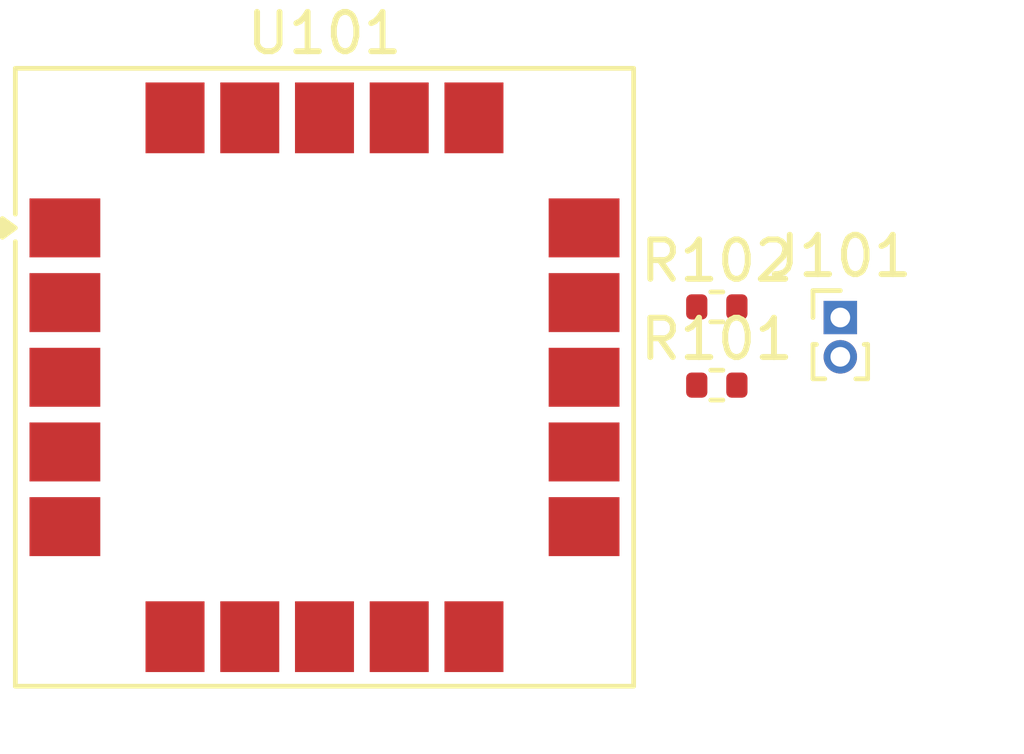
<source format=kicad_pcb>
(kicad_pcb (version 20240108) (generator "pcbnew") (generator_version "8.0")
  (layers (0 "F.Cu" signal) (31 "B.Cu" signal) (34 "B.Paste" user) (35 "F.Paste" user) (36 "B.SilkS" user "B.Silkscreen") (37 "F.SilkS" user "F.Silkscreen") (38 "B.Mask" user) (39 "F.Mask" user) (44 "Edge.Cuts" user))
  (net 0 "")
  (net 1 "/RX")
  (net 2 "/TX")
  (net 3 "GND")
  (net 4 "/BUCKUP")
  (net 5 "/RESET")
  (net 6 "VDD")
  (net 7 "/TIME PULSE")
  (net 8 "Net-(U101-TXD)")
  (net 9 "Net-(U101-RXD)")
  (footprint "Resistor_SMD:R_0402_1005Metric" (layer "F.Cu") (at 156.88 97.24)
    (property "Reference" "R101" (at 0 -1.17 0) (layer "F.SilkS"))
    (property "Value" "470	")
    (fp_line (start -0.153641 -0.38) (end 0.153641 -0.38) (stroke (width 0.12)) (layer "F.SilkS"))
    (fp_line (start -0.153641 0.38) (end 0.153641 0.38) (stroke (width 0.12)) (layer "F.SilkS"))
    (pad "1" smd roundrect (at -0.51 0) (size 0.54 0.64) (layers "F.Cu" "F.Paste" "F.Mask") (net 8 "Net-(U101-TXD)"))
    (pad "2" smd roundrect (at 0.51 0) (size 0.54 0.64) (layers "F.Cu" "F.Paste" "F.Mask") (net 2 "/TX"))
  )
  (footprint "RF_GPS:ublox_SAM-M8Q" (layer "F.Cu") (at 146.905 97.04)
    (property "Reference" "U101" (at 0 -8.75 0) (layer "F.SilkS"))
    (property "Value" "SAM-M10Q")
    (fp_line (start -7.86 -7.86) (end -7.86 -4.15) (stroke (width 0.12)) (layer "F.SilkS"))
    (fp_line (start -7.86 -7.86) (end 7.86 -7.86) (stroke (width 0.12)) (layer "F.SilkS"))
    (fp_line (start -7.86 -3.45) (end -7.86 7.86) (stroke (width 0.12)) (layer "F.SilkS"))
    (fp_line (start -7.86 7.86) (end 7.86 7.86) (stroke (width 0.12)) (layer "F.SilkS"))
    (fp_line (start 7.86 -7.86) (end 7.86 7.86) (stroke (width 0.12)) (layer "F.SilkS"))
    (fp_poly (pts (xy -7.86 -3.8) (xy -8.19 -3.56) (xy -8.19 -4.04) (xy -7.86 -3.8)) (stroke (width 0.12)) (fill solid) (layer "F.SilkS"))
    (pad "1" smd rect (at -6.6 -3.8) (size 1.8 1.5) (layers "F.Cu" "F.Mask") (net 3 "GND"))
    (pad "2" smd rect (at -6.6 -1.9) (size 1.8 1.5) (layers "F.Cu" "F.Mask") (net 6 "VDD"))
    (pad "3" smd rect (at -6.6 0) (size 1.8 1.5) (layers "F.Cu" "F.Mask") (net 4 "/BUCKUP"))
    (pad "4" smd rect (at -6.6 1.9) (size 1.8 1.5) (layers "F.Cu" "F.Mask") (net 3 "GND"))
    (pad "5" smd rect (at -6.6 3.8) (size 1.8 1.5) (layers "F.Cu" "F.Mask") (net 3 "GND"))
    (pad "6" smd rect (at -3.8 6.6) (size 1.5 1.8) (layers "F.Cu" "F.Mask") (net 3 "GND"))
    (pad "7" smd rect (at -1.9 6.6) (size 1.5 1.8) (layers "F.Cu" "F.Mask") (net 7 "/TIME PULSE"))
    (pad "8" smd rect (at 0 6.6) (size 1.5 1.8) (layers "F.Cu" "F.Mask"))
    (pad "9" smd rect (at 1.9 6.6) (size 1.5 1.8) (layers "F.Cu" "F.Mask"))
    (pad "10" smd rect (at 3.8 6.6) (size 1.5 1.8) (layers "F.Cu" "F.Mask") (net 3 "GND"))
    (pad "11" smd rect (at 6.6 3.8) (size 1.8 1.5) (layers "F.Cu" "F.Mask") (net 3 "GND"))
    (pad "12" smd rect (at 6.6 1.9) (size 1.8 1.5) (layers "F.Cu" "F.Mask"))
    (pad "13" smd rect (at 6.6 0) (size 1.8 1.5) (layers "F.Cu" "F.Mask") (net 8 "Net-(U101-TXD)"))
    (pad "14" smd rect (at 6.6 -1.9) (size 1.8 1.5) (layers "F.Cu" "F.Mask") (net 9 "Net-(U101-RXD)"))
    (pad "15" smd rect (at 6.6 -3.8) (size 1.8 1.5) (layers "F.Cu" "F.Mask") (net 3 "GND"))
    (pad "16" smd rect (at 3.8 -6.6) (size 1.5 1.8) (layers "F.Cu" "F.Mask") (net 3 "GND"))
    (pad "17" smd rect (at 1.9 -6.6) (size 1.5 1.8) (layers "F.Cu" "F.Mask") (net 6 "VDD"))
    (pad "18" smd rect (at 0 -6.6) (size 1.5 1.8) (layers "F.Cu" "F.Mask") (net 5 "/RESET"))
    (pad "19" smd rect (at -1.9 -6.6) (size 1.5 1.8) (layers "F.Cu" "F.Mask"))
    (pad "20" smd rect (at -3.8 -6.6) (size 1.5 1.8) (layers "F.Cu" "F.Mask") (net 3 "GND"))
  )
  (footprint "Connector_PinHeader_1.00mm:PinHeader_1x02_P1.00mm_Vertical" (layer "F.Cu") (at 160.02 95.52)
    (property "Reference" "J101" (at 0 -1.56 0) (layer "F.SilkS"))
    (property "Value" "Conn_01x02")
    (fp_line (start -0.695 -0.685) (end 0 -0.685) (stroke (width 0.12)) (layer "F.SilkS"))
    (fp_line (start -0.695 0) (end -0.695 -0.685) (stroke (width 0.12)) (layer "F.SilkS"))
    (fp_line (start -0.695 0.685) (end -0.695 1.56) (stroke (width 0.12)) (layer "F.SilkS"))
    (fp_line (start -0.695 0.685) (end -0.608276 0.685) (stroke (width 0.12)) (layer "F.SilkS"))
    (fp_line (start -0.695 1.56) (end -0.394493 1.56) (stroke (width 0.12)) (layer "F.SilkS"))
    (fp_line (start 0.394493 1.56) (end 0.695 1.56) (stroke (width 0.12)) (layer "F.SilkS"))
    (fp_line (start 0.608276 0.685) (end 0.695 0.685) (stroke (width 0.12)) (layer "F.SilkS"))
    (fp_line (start 0.695 0.685) (end 0.695 1.56) (stroke (width 0.12)) (layer "F.SilkS"))
    (pad "1" thru_hole rect (at 0 0) (size 0.85 0.85) (drill 0.5) (layers "*.Cu" "*.Mask") (net 1 "/RX"))
    (pad "2" thru_hole oval (at 0 1) (size 0.85 0.85) (drill 0.5) (layers "*.Cu" "*.Mask") (net 2 "/TX"))
  )
  (footprint "Resistor_SMD:R_0402_1005Metric" (layer "F.Cu") (at 156.88 95.25)
    (property "Reference" "R102" (at 0 -1.17 0) (layer "F.SilkS"))
    (property "Value" "470")
    (fp_line (start -0.153641 -0.38) (end 0.153641 -0.38) (stroke (width 0.12)) (layer "F.SilkS"))
    (fp_line (start -0.153641 0.38) (end 0.153641 0.38) (stroke (width 0.12)) (layer "F.SilkS"))
    (pad "1" smd roundrect (at -0.51 0) (size 0.54 0.64) (layers "F.Cu" "F.Paste" "F.Mask") (net 9 "Net-(U101-RXD)"))
    (pad "2" smd roundrect (at 0.51 0) (size 0.54 0.64) (layers "F.Cu" "F.Paste" "F.Mask") (net 1 "/RX"))
  )
)
</source>
